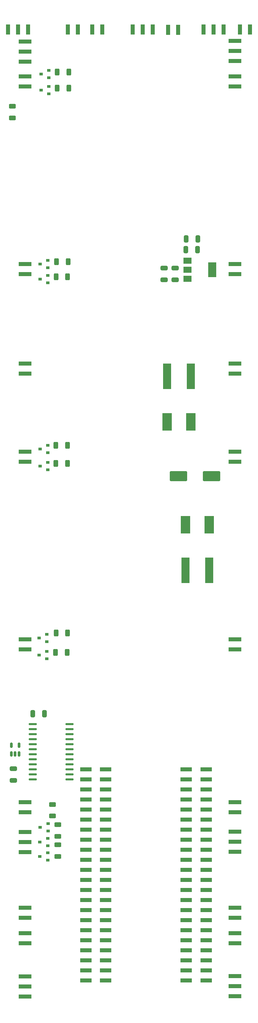
<source format=gbr>
%TF.GenerationSoftware,KiCad,Pcbnew,(6.0.7-1)-1*%
%TF.CreationDate,2023-12-02T14:15:27+01:00*%
%TF.ProjectId,11x3,31317833-2e6b-4696-9361-645f70636258,rev?*%
%TF.SameCoordinates,Original*%
%TF.FileFunction,Paste,Bot*%
%TF.FilePolarity,Positive*%
%FSLAX46Y46*%
G04 Gerber Fmt 4.6, Leading zero omitted, Abs format (unit mm)*
G04 Created by KiCad (PCBNEW (6.0.7-1)-1) date 2023-12-02 14:15:27*
%MOMM*%
%LPD*%
G01*
G04 APERTURE LIST*
G04 Aperture macros list*
%AMRoundRect*
0 Rectangle with rounded corners*
0 $1 Rounding radius*
0 $2 $3 $4 $5 $6 $7 $8 $9 X,Y pos of 4 corners*
0 Add a 4 corners polygon primitive as box body*
4,1,4,$2,$3,$4,$5,$6,$7,$8,$9,$2,$3,0*
0 Add four circle primitives for the rounded corners*
1,1,$1+$1,$2,$3*
1,1,$1+$1,$4,$5*
1,1,$1+$1,$6,$7*
1,1,$1+$1,$8,$9*
0 Add four rect primitives between the rounded corners*
20,1,$1+$1,$2,$3,$4,$5,0*
20,1,$1+$1,$4,$5,$6,$7,0*
20,1,$1+$1,$6,$7,$8,$9,0*
20,1,$1+$1,$8,$9,$2,$3,0*%
G04 Aperture macros list end*
%ADD10R,2.400000X4.500000*%
%ADD11R,2.100000X6.500000*%
%ADD12RoundRect,0.250000X-0.625000X0.312500X-0.625000X-0.312500X0.625000X-0.312500X0.625000X0.312500X0*%
%ADD13RoundRect,0.250000X0.312500X0.625000X-0.312500X0.625000X-0.312500X-0.625000X0.312500X-0.625000X0*%
%ADD14RoundRect,0.250000X-0.650000X0.325000X-0.650000X-0.325000X0.650000X-0.325000X0.650000X0.325000X0*%
%ADD15RoundRect,0.250000X0.325000X0.650000X-0.325000X0.650000X-0.325000X-0.650000X0.325000X-0.650000X0*%
%ADD16R,3.200000X1.020000*%
%ADD17RoundRect,0.250000X-1.950000X-1.000000X1.950000X-1.000000X1.950000X1.000000X-1.950000X1.000000X0*%
%ADD18RoundRect,0.250000X0.650000X-0.325000X0.650000X0.325000X-0.650000X0.325000X-0.650000X-0.325000X0*%
%ADD19R,0.900000X0.800000*%
%ADD20R,1.020000X2.600000*%
%ADD21RoundRect,0.150000X0.150000X-0.512500X0.150000X0.512500X-0.150000X0.512500X-0.150000X-0.512500X0*%
%ADD22R,3.000000X1.000000*%
%ADD23RoundRect,0.137500X0.862500X0.137500X-0.862500X0.137500X-0.862500X-0.137500X0.862500X-0.137500X0*%
%ADD24RoundRect,0.250000X0.625000X-0.312500X0.625000X0.312500X-0.625000X0.312500X-0.625000X-0.312500X0*%
%ADD25R,2.000000X1.500000*%
%ADD26R,2.000000X3.800000*%
G04 APERTURE END LIST*
D10*
%TO.C,J33*%
X96900000Y-134480000D03*
D11*
X96900000Y-122980000D03*
X90900000Y-122980000D03*
D10*
X90900000Y-134480000D03*
%TD*%
D12*
%TO.C,R9*%
X61860000Y-231127500D03*
X61860000Y-234052500D03*
%TD*%
D13*
%TO.C,R4*%
X65712500Y-97780000D03*
X62787500Y-97780000D03*
%TD*%
%TO.C,R1*%
X66022500Y-46064000D03*
X63097500Y-46064000D03*
%TD*%
D14*
%TO.C,CI6*%
X51960000Y-222105000D03*
X51960000Y-225055000D03*
%TD*%
D15*
%TO.C,CI2*%
X98645000Y-90960000D03*
X95695000Y-90960000D03*
%TD*%
D16*
%TO.C,J26*%
X108130000Y-237995000D03*
X108130000Y-240535000D03*
X108130000Y-243075000D03*
%TD*%
D17*
%TO.C,CP1*%
X93797500Y-148220000D03*
X102197500Y-148220000D03*
%TD*%
D16*
%TO.C,J19*%
X108130000Y-38235000D03*
X108130000Y-40775000D03*
X108130000Y-43315000D03*
%TD*%
D18*
%TO.C,CI5*%
X90150000Y-98585000D03*
X90150000Y-95635000D03*
%TD*%
D13*
%TO.C,R8*%
X65602500Y-192700000D03*
X62677500Y-192700000D03*
%TD*%
D16*
%TO.C,J22*%
X108130000Y-119740000D03*
X108130000Y-122280000D03*
%TD*%
D19*
%TO.C,Q7*%
X60480000Y-188116000D03*
X60480000Y-190016000D03*
X58480000Y-189066000D03*
%TD*%
%TO.C,Q2*%
X60988000Y-49686000D03*
X60988000Y-51586000D03*
X58988000Y-50636000D03*
%TD*%
D20*
%TO.C,J2*%
X65750000Y-35330000D03*
X68290000Y-35330000D03*
%TD*%
D16*
%TO.C,J21*%
X108130000Y-94620000D03*
X108130000Y-97160000D03*
%TD*%
D21*
%TO.C,UI3*%
X53390000Y-218417500D03*
X52440000Y-218417500D03*
X51490000Y-218417500D03*
X51490000Y-216142500D03*
X53390000Y-216142500D03*
%TD*%
D19*
%TO.C,Q3*%
X60734000Y-93628000D03*
X60734000Y-95528000D03*
X58734000Y-94578000D03*
%TD*%
D13*
%TO.C,R7*%
X65702500Y-187790000D03*
X62777500Y-187790000D03*
%TD*%
D16*
%TO.C,J9*%
X54950000Y-49760000D03*
X54950000Y-47220000D03*
%TD*%
D12*
%TO.C,R10*%
X63246000Y-236281500D03*
X63246000Y-239206500D03*
%TD*%
D19*
%TO.C,Q9*%
X60750000Y-235950000D03*
X60750000Y-237850000D03*
X58750000Y-236900000D03*
%TD*%
D16*
%TO.C,J15*%
X54950000Y-243175000D03*
X54950000Y-240635000D03*
X54950000Y-238095000D03*
%TD*%
D19*
%TO.C,Q8*%
X60480000Y-192434000D03*
X60480000Y-194334000D03*
X58480000Y-193384000D03*
%TD*%
D16*
%TO.C,J23*%
X108130000Y-142020000D03*
X108130000Y-144560000D03*
%TD*%
%TO.C,J10*%
X54950000Y-97160000D03*
X54950000Y-94620000D03*
%TD*%
D20*
%TO.C,J5*%
X91170000Y-35400000D03*
X93710000Y-35400000D03*
%TD*%
D16*
%TO.C,J17*%
X54950000Y-266230000D03*
X54950000Y-263690000D03*
%TD*%
D19*
%TO.C,Q5*%
X60734000Y-140364000D03*
X60734000Y-142264000D03*
X58734000Y-141314000D03*
%TD*%
D13*
%TO.C,R2*%
X66022500Y-50128000D03*
X63097500Y-50128000D03*
%TD*%
D20*
%TO.C,J3*%
X71990000Y-35330000D03*
X74530000Y-35330000D03*
%TD*%
D16*
%TO.C,J11*%
X54950000Y-122280000D03*
X54950000Y-119740000D03*
%TD*%
D15*
%TO.C,CI1*%
X59815000Y-208240000D03*
X56865000Y-208240000D03*
%TD*%
D13*
%TO.C,R3*%
X65822500Y-93970000D03*
X62897500Y-93970000D03*
%TD*%
%TO.C,R6*%
X65692500Y-145000000D03*
X62767500Y-145000000D03*
%TD*%
D18*
%TO.C,CI4*%
X92920000Y-98565000D03*
X92920000Y-95615000D03*
%TD*%
D16*
%TO.C,J24*%
X108130000Y-189420000D03*
X108130000Y-191960000D03*
%TD*%
D12*
%TO.C,R11*%
X63246000Y-241361500D03*
X63246000Y-244286500D03*
%TD*%
D16*
%TO.C,J8*%
X54950000Y-43415000D03*
X54950000Y-40875000D03*
X54950000Y-38335000D03*
%TD*%
%TO.C,J18*%
X54950000Y-279700000D03*
X54950000Y-277160000D03*
X54950000Y-274620000D03*
%TD*%
D10*
%TO.C,J32*%
X95610000Y-160440000D03*
D11*
X95610000Y-171940000D03*
D10*
X101610000Y-160440000D03*
D11*
X101610000Y-171940000D03*
%TD*%
D16*
%TO.C,J12*%
X54950000Y-144560000D03*
X54950000Y-142020000D03*
%TD*%
%TO.C,J28*%
X108130000Y-263690000D03*
X108130000Y-266230000D03*
%TD*%
%TO.C,J25*%
X108130000Y-230550000D03*
X108130000Y-233090000D03*
%TD*%
D22*
%TO.C,J31*%
X70323000Y-222250000D03*
X75363000Y-222250000D03*
X70323000Y-224790000D03*
X75363000Y-224790000D03*
X70323000Y-227330000D03*
X75363000Y-227330000D03*
X70323000Y-229870000D03*
X75363000Y-229870000D03*
X70323000Y-232410000D03*
X75363000Y-232410000D03*
X70323000Y-234950000D03*
X75363000Y-234950000D03*
X70323000Y-237490000D03*
X75363000Y-237490000D03*
X70323000Y-240030000D03*
X75363000Y-240030000D03*
X70323000Y-242570000D03*
X75363000Y-242570000D03*
X70323000Y-245110000D03*
X75363000Y-245110000D03*
X70323000Y-247650000D03*
X75363000Y-247650000D03*
X70323000Y-250190000D03*
X75363000Y-250190000D03*
X70323000Y-252730000D03*
X75363000Y-252730000D03*
X70323000Y-255270000D03*
X75363000Y-255270000D03*
X70323000Y-257810000D03*
X75363000Y-257810000D03*
X70323000Y-260350000D03*
X75363000Y-260350000D03*
X70323000Y-262890000D03*
X75363000Y-262890000D03*
X70323000Y-265430000D03*
X75363000Y-265430000D03*
X70323000Y-267970000D03*
X75363000Y-267970000D03*
X70323000Y-270510000D03*
X75363000Y-270510000D03*
X70323000Y-273050000D03*
X75363000Y-273050000D03*
X70323000Y-275590000D03*
X75363000Y-275590000D03*
%TD*%
D16*
%TO.C,J14*%
X54950000Y-233090000D03*
X54950000Y-230550000D03*
%TD*%
D23*
%TO.C,UI1*%
X66220000Y-210815000D03*
X66220000Y-212085000D03*
X66220000Y-213355000D03*
X66220000Y-214625000D03*
X66220000Y-215895000D03*
X66220000Y-217165000D03*
X66220000Y-218435000D03*
X66220000Y-219705000D03*
X66220000Y-220975000D03*
X66220000Y-222245000D03*
X66220000Y-223515000D03*
X66220000Y-224785000D03*
X56920000Y-224785000D03*
X56920000Y-223515000D03*
X56920000Y-222245000D03*
X56920000Y-220975000D03*
X56920000Y-219705000D03*
X56920000Y-218435000D03*
X56920000Y-217165000D03*
X56920000Y-215895000D03*
X56920000Y-214625000D03*
X56920000Y-213355000D03*
X56920000Y-212085000D03*
X56920000Y-210815000D03*
%TD*%
D15*
%TO.C,CI3*%
X98675000Y-88280000D03*
X95725000Y-88280000D03*
%TD*%
D16*
%TO.C,J29*%
X108130000Y-274520000D03*
X108130000Y-277060000D03*
X108130000Y-279600000D03*
%TD*%
D24*
%TO.C,RI1*%
X51720000Y-57652500D03*
X51720000Y-54727500D03*
%TD*%
D19*
%TO.C,Q11*%
X60700000Y-243330000D03*
X60700000Y-245230000D03*
X58700000Y-244280000D03*
%TD*%
%TO.C,Q1*%
X60988000Y-45622000D03*
X60988000Y-47522000D03*
X58988000Y-46572000D03*
%TD*%
D20*
%TO.C,J7*%
X109380000Y-35330000D03*
X111920000Y-35330000D03*
%TD*%
D22*
%TO.C,J30*%
X95778000Y-222250000D03*
X100818000Y-222250000D03*
X95778000Y-224790000D03*
X100818000Y-224790000D03*
X95778000Y-227330000D03*
X100818000Y-227330000D03*
X95778000Y-229870000D03*
X100818000Y-229870000D03*
X95778000Y-232410000D03*
X100818000Y-232410000D03*
X95778000Y-234950000D03*
X100818000Y-234950000D03*
X95778000Y-237490000D03*
X100818000Y-237490000D03*
X95778000Y-240030000D03*
X100818000Y-240030000D03*
X95778000Y-242570000D03*
X100818000Y-242570000D03*
X95778000Y-245110000D03*
X100818000Y-245110000D03*
X95778000Y-247650000D03*
X100818000Y-247650000D03*
X95778000Y-250190000D03*
X100818000Y-250190000D03*
X95778000Y-252730000D03*
X100818000Y-252730000D03*
X95778000Y-255270000D03*
X100818000Y-255270000D03*
X95778000Y-257810000D03*
X100818000Y-257810000D03*
X95778000Y-260350000D03*
X100818000Y-260350000D03*
X95778000Y-262890000D03*
X100818000Y-262890000D03*
X95778000Y-265430000D03*
X100818000Y-265430000D03*
X95778000Y-267970000D03*
X100818000Y-267970000D03*
X95778000Y-270510000D03*
X100818000Y-270510000D03*
X95778000Y-273050000D03*
X100818000Y-273050000D03*
X95778000Y-275590000D03*
X100818000Y-275590000D03*
%TD*%
D25*
%TO.C,UI2*%
X96070000Y-98310000D03*
X96070000Y-96010000D03*
X96070000Y-93710000D03*
D26*
X102370000Y-96010000D03*
%TD*%
D19*
%TO.C,Q6*%
X60734000Y-144682000D03*
X60734000Y-146582000D03*
X58734000Y-145632000D03*
%TD*%
%TO.C,Q10*%
X60710000Y-239690000D03*
X60710000Y-241590000D03*
X58710000Y-240640000D03*
%TD*%
%TO.C,Q4*%
X60734000Y-97438000D03*
X60734000Y-99338000D03*
X58734000Y-98388000D03*
%TD*%
D16*
%TO.C,J20*%
X108130000Y-47220000D03*
X108130000Y-49760000D03*
%TD*%
%TO.C,J27*%
X108130000Y-257280000D03*
X108130000Y-259820000D03*
%TD*%
D20*
%TO.C,J4*%
X82215000Y-35320000D03*
X84755000Y-35320000D03*
X87295000Y-35320000D03*
%TD*%
%TO.C,J1*%
X50660000Y-35320000D03*
X53200000Y-35320000D03*
X55740000Y-35320000D03*
%TD*%
D16*
%TO.C,J16*%
X54950000Y-259820000D03*
X54950000Y-257280000D03*
%TD*%
%TO.C,J13*%
X54950000Y-191960000D03*
X54950000Y-189420000D03*
%TD*%
D20*
%TO.C,J6*%
X100190000Y-35320000D03*
X102730000Y-35320000D03*
X105270000Y-35320000D03*
%TD*%
D13*
%TO.C,R5*%
X65692500Y-140440000D03*
X62767500Y-140440000D03*
%TD*%
M02*

</source>
